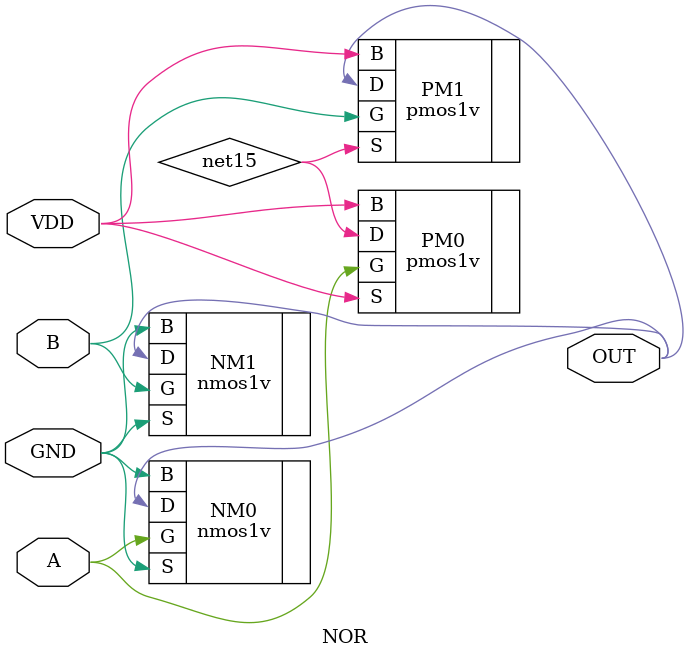
<source format=v>

module NOR (
VDD,GND,A,B,OUT );
input  VDD;
input  GND;
input  A;
input  B;
output  OUT;
wire VDD;
wire net15;
wire A;
wire B;
wire GND;
wire OUT;

nmos1v    
 NM1  ( .S( GND ), .G( B ), .B( GND ), .D( OUT ) );

nmos1v    
 NM0  ( .S( GND ), .G( A ), .B( GND ), .D( OUT ) );

pmos1v    
 PM1  ( .S( net15 ), .G( B ), .B( VDD ), .D( OUT ) );

pmos1v    
 PM0  ( .S( VDD ), .G( A ), .B( VDD ), .D( net15 ) );

endmodule


</source>
